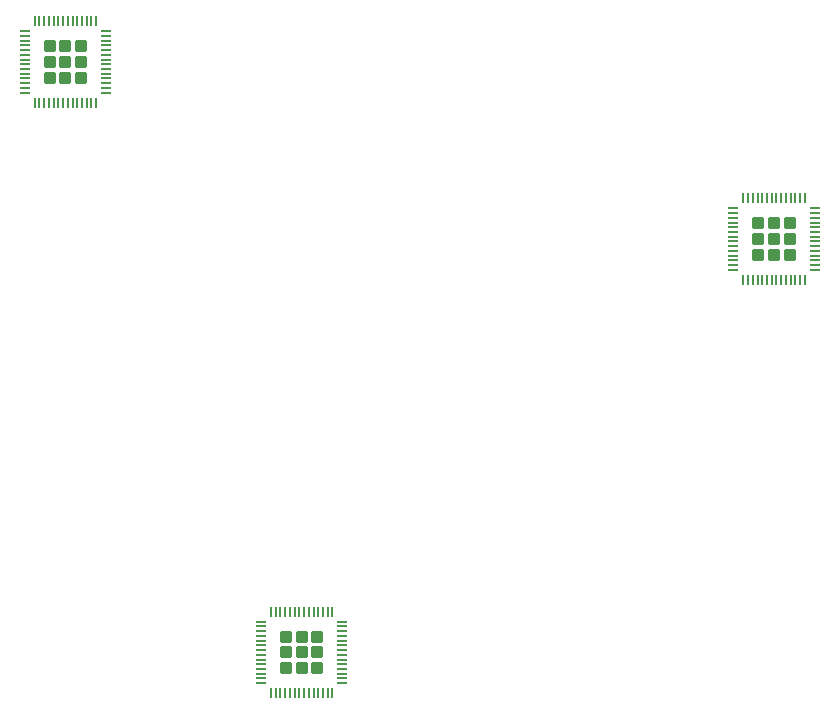
<source format=gtp>
G04 Gerber file generated by Gerbonara*
%TF.GenerationSoftware,KiCad,Pcbnew,8.0.2-1*%
%TF.CreationDate,2024-09-30T19:11:18+01:00*%
%TF.ProjectId,test_module_1,74657374-5f6d-46f6-9475-6c655f312e6b,rev?*%
%TF.SameCoordinates,PX8583b00PY5f5e100*%
%TF.FileFunction,Paste,Top*%
%TF.FilePolarity,Positive*%
%MOMM*%
%FSLAX45Y45*%
%IPPOS*%
G75
%LPD*%
%AMCALCM10*
0 Fully substituted instance of RoundRect macro*
0 Original parameters: 0.25X-0.285X-0.285X0.285X-0.285X0.285X0.285X-0.285X0.285*
4,1,4,-0.285,-0.285,0.285,-0.285,0.285,0.285,-0.285,0.285,-0.285,-0.285,0*
1,1,0.5,-0.285,-0.285,0*
1,1,0.5,0.285,-0.285,0*
1,1,0.5,0.285,0.285,0*
1,1,0.5,-0.285,0.285,0*
20,1,0.5,-0.285,-0.285,0.285,-0.285,0*
20,1,0.5,0.285,-0.285,0.285,0.285,0*
20,1,0.5,0.285,0.285,-0.285,0.285,0*
20,1,0.5,-0.285,0.285,-0.285,-0.285,0*
%
%AMCALCM11*
0 Fully substituted instance of RoundRect macro*
0 Original parameters: 0.05X-0.35X-0.05X0.35X-0.05X0.35X0.05X-0.35X0.05*
4,1,4,-0.35,-0.05,0.35,-0.05,0.35,0.05,-0.35,0.05,-0.35,-0.05,0*
1,1,0.1,-0.35,-0.05,0*
1,1,0.1,0.35,-0.05,0*
1,1,0.1,0.35,0.05,0*
1,1,0.1,-0.35,0.05,0*
20,1,0.1,-0.35,-0.05,0.35,-0.05,0*
20,1,0.1,0.35,-0.05,0.35,0.05,0*
20,1,0.1,0.35,0.05,-0.35,0.05,0*
20,1,0.1,-0.35,0.05,-0.35,-0.05,0*
%
%AMCALCM12*
0 Fully substituted instance of RoundRect macro*
0 Original parameters: 0.05X-0.05X-0.35X0.05X-0.35X0.05X0.35X-0.05X0.35*
4,1,4,-0.05,-0.35,0.05,-0.35,0.05,0.35,-0.05,0.35,-0.05,-0.35,0*
1,1,0.1,-0.05,-0.35,0*
1,1,0.1,0.05,-0.35,0*
1,1,0.1,0.05,0.35,0*
1,1,0.1,-0.05,0.35,0*
20,1,0.1,-0.05,-0.35,0.05,-0.35,0*
20,1,0.1,0.05,-0.35,0.05,0.35,0*
20,1,0.1,0.05,0.35,-0.05,0.35,0*
20,1,0.1,-0.05,0.35,-0.05,-0.35,0*
%
%ADD10CALCM10*%
%ADD11CALCM11*%
%ADD12CALCM12*%
D10*
X-001633000Y-002334000D03*
X-001633000Y-002467000D03*
X-001633000Y-002600000D03*
X-001500000Y-002334000D03*
X-001500000Y-002467000D03*
X-001500000Y-002600000D03*
X-001367000Y-002334000D03*
X-001367000Y-002467000D03*
X-001367000Y-002600000D03*
D11*
X-001845000Y-002207000D03*
X-001845000Y-002247000D03*
X-001845000Y-002287000D03*
X-001845000Y-002327000D03*
X-001845000Y-002367000D03*
X-001845000Y-002407000D03*
X-001845000Y-002447000D03*
X-001845000Y-002487000D03*
X-001845000Y-002527000D03*
X-001845000Y-002567000D03*
X-001845000Y-002607000D03*
X-001845000Y-002647000D03*
X-001845000Y-002687000D03*
X-001845000Y-002727000D03*
D12*
X-001760000Y-002812000D03*
X-001720000Y-002812000D03*
X-001680000Y-002812000D03*
X-001640000Y-002812000D03*
X-001600000Y-002812000D03*
X-001560000Y-002812000D03*
X-001520000Y-002812000D03*
X-001480000Y-002812000D03*
X-001440000Y-002812000D03*
X-001400000Y-002812000D03*
X-001360000Y-002812000D03*
X-001320000Y-002812000D03*
X-001280000Y-002812000D03*
X-001240000Y-002812000D03*
D11*
X-001155000Y-002727000D03*
X-001155000Y-002687000D03*
X-001155000Y-002647000D03*
X-001155000Y-002607000D03*
X-001155000Y-002567000D03*
X-001155000Y-002527000D03*
X-001155000Y-002487000D03*
X-001155000Y-002447000D03*
X-001155000Y-002407000D03*
X-001155000Y-002367000D03*
X-001155000Y-002327000D03*
X-001155000Y-002287000D03*
X-001155000Y-002247000D03*
X-001155000Y-002207000D03*
D12*
X-001240000Y-002122000D03*
X-001280000Y-002122000D03*
X-001320000Y-002122000D03*
X-001360000Y-002122000D03*
X-001400000Y-002122000D03*
X-001440000Y-002122000D03*
X-001480000Y-002122000D03*
X-001520000Y-002122000D03*
X-001560000Y-002122000D03*
X-001600000Y-002122000D03*
X-001640000Y-002122000D03*
X-001680000Y-002122000D03*
X-001720000Y-002122000D03*
X-001760000Y-002122000D03*
D10*
X-003633000Y002666000D03*
X-003633000Y002533000D03*
X-003633000Y002400000D03*
X-003500000Y002666000D03*
X-003500000Y002533000D03*
X-003500000Y002400000D03*
X-003367000Y002666000D03*
X-003367000Y002533000D03*
X-003367000Y002400000D03*
D11*
X-003845000Y002793000D03*
X-003845000Y002753000D03*
X-003845000Y002713000D03*
X-003845000Y002673000D03*
X-003845000Y002633000D03*
X-003845000Y002593000D03*
X-003845000Y002553000D03*
X-003845000Y002513000D03*
X-003845000Y002473000D03*
X-003845000Y002433000D03*
X-003845000Y002393000D03*
X-003845000Y002353000D03*
X-003845000Y002313000D03*
X-003845000Y002273000D03*
D12*
X-003760000Y002188000D03*
X-003720000Y002188000D03*
X-003680000Y002188000D03*
X-003640000Y002188000D03*
X-003600000Y002188000D03*
X-003560000Y002188000D03*
X-003520000Y002188000D03*
X-003480000Y002188000D03*
X-003440000Y002188000D03*
X-003400000Y002188000D03*
X-003360000Y002188000D03*
X-003320000Y002188000D03*
X-003280000Y002188000D03*
X-003240000Y002188000D03*
D11*
X-003155000Y002273000D03*
X-003155000Y002313000D03*
X-003155000Y002353000D03*
X-003155000Y002393000D03*
X-003155000Y002433000D03*
X-003155000Y002473000D03*
X-003155000Y002513000D03*
X-003155000Y002553000D03*
X-003155000Y002593000D03*
X-003155000Y002633000D03*
X-003155000Y002673000D03*
X-003155000Y002713000D03*
X-003155000Y002753000D03*
X-003155000Y002793000D03*
D12*
X-003240000Y002878000D03*
X-003280000Y002878000D03*
X-003320000Y002878000D03*
X-003360000Y002878000D03*
X-003400000Y002878000D03*
X-003440000Y002878000D03*
X-003480000Y002878000D03*
X-003520000Y002878000D03*
X-003560000Y002878000D03*
X-003600000Y002878000D03*
X-003640000Y002878000D03*
X-003680000Y002878000D03*
X-003720000Y002878000D03*
X-003760000Y002878000D03*
D10*
X002367000Y001166000D03*
X002367000Y001033000D03*
X002367000Y000900000D03*
X002500000Y001166000D03*
X002500000Y001033000D03*
X002500000Y000900000D03*
X002633000Y001166000D03*
X002633000Y001033000D03*
X002633000Y000900000D03*
D11*
X002155000Y001293000D03*
X002155000Y001253000D03*
X002155000Y001213000D03*
X002155000Y001173000D03*
X002155000Y001133000D03*
X002155000Y001093000D03*
X002155000Y001053000D03*
X002155000Y001013000D03*
X002155000Y000973000D03*
X002155000Y000933000D03*
X002155000Y000893000D03*
X002155000Y000853000D03*
X002155000Y000813000D03*
X002155000Y000773000D03*
D12*
X002240000Y000688000D03*
X002280000Y000688000D03*
X002320000Y000688000D03*
X002360000Y000688000D03*
X002400000Y000688000D03*
X002440000Y000688000D03*
X002480000Y000688000D03*
X002520000Y000688000D03*
X002560000Y000688000D03*
X002600000Y000688000D03*
X002640000Y000688000D03*
X002680000Y000688000D03*
X002720000Y000688000D03*
X002760000Y000688000D03*
D11*
X002845000Y000773000D03*
X002845000Y000813000D03*
X002845000Y000853000D03*
X002845000Y000893000D03*
X002845000Y000933000D03*
X002845000Y000973000D03*
X002845000Y001013000D03*
X002845000Y001053000D03*
X002845000Y001093000D03*
X002845000Y001133000D03*
X002845000Y001173000D03*
X002845000Y001213000D03*
X002845000Y001253000D03*
X002845000Y001293000D03*
D12*
X002760000Y001378000D03*
X002720000Y001378000D03*
X002680000Y001378000D03*
X002640000Y001378000D03*
X002600000Y001378000D03*
X002560000Y001378000D03*
X002520000Y001378000D03*
X002480000Y001378000D03*
X002440000Y001378000D03*
X002400000Y001378000D03*
X002360000Y001378000D03*
X002320000Y001378000D03*
X002280000Y001378000D03*
X002240000Y001378000D03*
M02*
</source>
